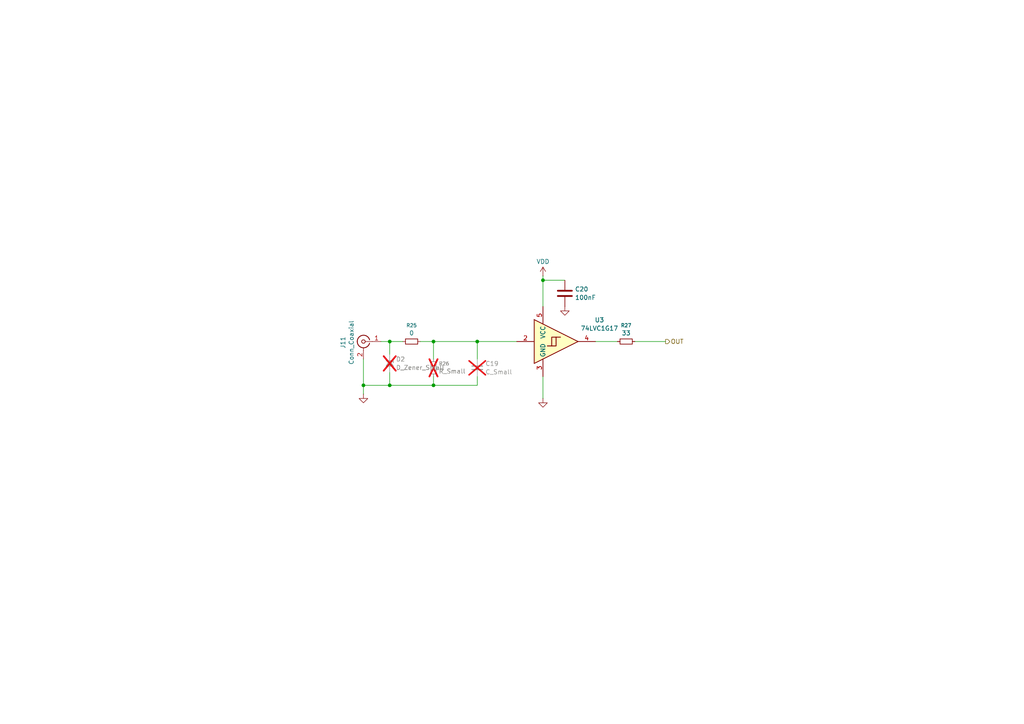
<source format=kicad_sch>
(kicad_sch (version 20250114) (generator "eeschema") (generator_version "9.0")
  (paper "A4")
  (lib_symbols
    (symbol "74xGxx:74LVC1G17"
      (property "Reference" "U" (at 0 3.81 0))
      (property "Value" "74LVC1G17" (at 0 -3.81 0))
      (symbol "74LVC1G17_0_1"
        (polyline (pts (xy -7.62 6.35) (xy -7.62 -6.35) (xy 5.08 0) (xy -7.62 6.35)) (stroke (width 0.254)) (fill (type background)))
        (polyline (pts (xy -3.81 -1.27) (xy -2.54 -1.27) (xy -2.54 1.27) (xy -1.27 1.27)) (stroke (width 0.254)) (fill (type background)))
        (polyline (pts (xy -2.54 -1.27) (xy -1.27 -1.27) (xy -1.27 1.27) (xy 0 1.27)) (stroke (width 0.254)) (fill (type background)))
      )
      (symbol "74LVC1G17_1_1"
        (pin input line (at -12.7 0 0) (length 5.08) (name "~") (number "2"))
        (pin no_connect line (at -7.62 5.08 180) (length 5.08) (hide yes) (name "NC") (number "1"))
        (pin power_in line (at -5.08 10.16 270) (length 5.08) (name "VCC") (number "5"))
        (pin power_in line (at -5.08 -10.16 90) (length 5.08) (name "GND") (number "3"))
        (pin output line (at 10.16 0 180) (length 5.08) (name "~") (number "4"))
      )
    )
    (symbol "Connector:Conn_Coaxial" (pin_names (offset 1.016) (hide yes))
      (property "Reference" "J" (at 0.254 3.048 0))
      (property "Value" "Conn_Coaxial" (at 2.921 0 90))
      (symbol "Conn_Coaxial_0_1"
        (polyline (pts (xy -2.54 0) (xy -0.508 0)))
        (arc (start 1.778 0) (mid 0.222 -1.8079) (end -1.778 -0.508) (stroke (width 0.254)))
        (arc (start -1.778 0.508) (mid 0.2221 1.8084) (end 1.778 0) (stroke (width 0.254)))
        (circle (center 0 0) (radius 0.508) (stroke (width 0.2032)))
        (polyline (pts (xy 0 -2.54) (xy 0 -1.778)))
      )
      (symbol "Conn_Coaxial_1_1"
        (pin passive line (at -5.08 0 0) (length 2.54) (name "In") (number "1"))
        (pin passive line (at 0 -5.08 90) (length 2.54) (name "Ext") (number "2"))
      )
    )
    (symbol "Device:C" (pin_numbers (hide yes)) (pin_names (offset 0.254))
      (property "Reference" "C" (at 0.635 2.54 0))
      (property "Value" "C" (at 0.635 -2.54 0))
      (symbol "C_0_1"
        (polyline (pts (xy -2.032 0.762) (xy 2.032 0.762)) (stroke (width 0.508)))
        (polyline (pts (xy -2.032 -0.762) (xy 2.032 -0.762)) (stroke (width 0.508)))
      )
      (symbol "C_1_1"
        (pin passive line (at 0 3.81 270) (length 2.794) (name "~") (number "1"))
        (pin passive line (at 0 -3.81 90) (length 2.794) (name "~") (number "2"))
      )
    )
    (symbol "Device:C_Small" (pin_numbers (hide yes)) (pin_names (offset 0.254) (hide yes))
      (property "Reference" "C" (at 0.254 1.778 0))
      (property "Value" "C_Small" (at 0.254 -2.032 0))
      (symbol "C_Small_0_1"
        (polyline (pts (xy -1.524 0.508) (xy 1.524 0.508)) (stroke (width 0.3048)))
        (polyline (pts (xy -1.524 -0.508) (xy 1.524 -0.508)) (stroke (width 0.3302)))
      )
      (symbol "C_Small_1_1"
        (pin passive line (at 0 2.54 270) (length 2.032) (name "~") (number "1"))
        (pin passive line (at 0 -2.54 90) (length 2.032) (name "~") (number "2"))
      )
    )
    (symbol "Device:D_Zener_Small" (pin_numbers (hide yes)) (pin_names (offset 0.254) (hide yes))
      (property "Reference" "D" (at 0 2.286 0))
      (property "Value" "D_Zener_Small" (at 0 -2.286 0))
      (symbol "D_Zener_Small_0_1"
        (polyline (pts (xy -0.254 1.016) (xy -0.762 1.016) (xy -0.762 -1.016)) (stroke (width 0.254)))
        (polyline (pts (xy 0.762 1.016) (xy -0.762 0) (xy 0.762 -1.016) (xy 0.762 1.016)) (stroke (width 0.254)))
        (polyline (pts (xy 0.762 0) (xy -0.762 0)))
      )
      (symbol "D_Zener_Small_1_1"
        (pin passive line (at -2.54 0 0) (length 1.778) (name "K") (number "1"))
        (pin passive line (at 2.54 0 180) (length 1.778) (name "A") (number "2"))
      )
    )
    (symbol "Device:R_Small" (pin_numbers (hide yes)) (pin_names (offset 0.254) (hide yes))
      (property "Reference" "R" (at 0 0 90))
      (property "Value" "R_Small" (at 1.778 0 90))
      (symbol "R_Small_0_1"
        (rectangle (start -0.762 1.778) (end 0.762 -1.778) (stroke (width 0.2032)))
      )
      (symbol "R_Small_1_1"
        (pin passive line (at 0 2.54 270) (length 0.762) (name "~") (number "1"))
        (pin passive line (at 0 -2.54 90) (length 0.762) (name "~") (number "2"))
      )
    )
    (symbol "power:GND" (power) (pin_numbers (hide yes)) (pin_names (offset 0) (hide yes))
      (property "Value" "GND" (at 0 -3.81 0))
      (symbol "GND_0_1"
        (polyline (pts (xy 0 0) (xy 0 -1.27) (xy 1.27 -1.27) (xy 0 -2.54) (xy -1.27 -1.27) (xy 0 -1.27)))
      )
      (symbol "GND_1_1"
        (pin power_in line (at 0 0 270) (length 0) (name "~") (number "1"))
      )
    )
    (symbol "power:VDD" (power) (pin_numbers (hide yes)) (pin_names (offset 0) (hide yes))
      (property "Value" "VDD" (at 0 3.556 0))
      (symbol "VDD_0_1"
        (polyline (pts (xy -0.762 1.27) (xy 0 2.54)))
        (polyline (pts (xy 0 2.54) (xy 0.762 1.27)))
        (polyline (pts (xy 0 0) (xy 0 2.54)))
      )
      (symbol "VDD_1_1"
        (pin power_in line (at 0 0 90) (length 0) (name "~") (number "1"))
      )
    )
  )
  (junction (at 125.73 111.76))
  (junction (at 157.48 81.28))
  (junction (at 113.03 111.76))
  (junction (at 113.03 99.06))
  (junction (at 105.41 111.76))
  (junction (at 138.43 99.06))
  (junction (at 125.73 99.06))
  (wire (pts (xy 125.73 111.76) (xy 113.03 111.76)))
  (wire (pts (xy 113.03 111.76) (xy 105.41 111.76)))
  (wire (pts (xy 121.92 99.06) (xy 125.73 99.06)))
  (wire (pts (xy 105.41 111.76) (xy 105.41 104.14)))
  (wire (pts (xy 157.48 109.22) (xy 157.48 115.57)))
  (wire (pts (xy 113.03 99.06) (xy 116.84 99.06)))
  (wire (pts (xy 138.43 99.06) (xy 149.86 99.06)))
  (wire (pts (xy 138.43 109.22) (xy 138.43 111.76)))
  (wire (pts (xy 157.48 80.01) (xy 157.48 81.28)))
  (wire (pts (xy 184.15 99.06) (xy 193.04 99.06)))
  (wire (pts (xy 110.49 99.06) (xy 113.03 99.06)))
  (wire (pts (xy 138.43 111.76) (xy 125.73 111.76)))
  (wire (pts (xy 125.73 109.22) (xy 125.73 111.76)))
  (wire (pts (xy 157.48 81.28) (xy 163.83 81.28)))
  (wire (pts (xy 105.41 114.3) (xy 105.41 111.76)))
  (wire (pts (xy 157.48 81.28) (xy 157.48 88.9)))
  (wire (pts (xy 113.03 99.06) (xy 113.03 102.87)))
  (wire (pts (xy 125.73 99.06) (xy 125.73 104.14)))
  (wire (pts (xy 172.72 99.06) (xy 179.07 99.06)))
  (wire (pts (xy 125.73 99.06) (xy 138.43 99.06)))
  (wire (pts (xy 138.43 99.06) (xy 138.43 104.14)))
  (wire (pts (xy 113.03 107.95) (xy 113.03 111.76)))
  (hierarchical_label "OUT" (shape output) (at 193.04 99.06 0))
  (symbol (lib_id "power:GND") (at 163.83 88.9 0) (unit 1)
    (property "Reference" "#PWR037" (effects (hide yes)))
    (property "Value" "GND" (effects (hide yes)))
    (property "Description" "Power symbol creates a global label with name \"GND\" , ground" (effects (hide yes)))
    (instances (project "nucleo_tdm_breakout1" (path "" (reference "#PWR041") (unit 1)) (path "" (reference "#PWR037") (unit 1)) (path "" (reference "#PWR045") (unit 1))))
  )
  (symbol (lib_id "Device:C") (at 163.83 85.09 0) (unit 1)
    (property "Reference" "C18" (at 166.751 83.8778 0) (effects (justify left)))
    (property "Value" "100nF" (at 166.751 86.3021 0) (effects (justify left)))
    (property "Footprint" "Capacitor_SMD:C_0603_1608Metric" (effects (hide yes)))
    (property "Description" "Unpolarized capacitor" (effects (hide yes)))
    (property "PN" "GCJ188R71H104KA12D" (effects (hide yes)))
    (instances (project "nucleo_tdm_breakout1" (path "" (reference "C20") (unit 1)) (path "" (reference "C18") (unit 1)) (path "" (reference "C22") (unit 1))))
  )
  (symbol (lib_id "Device:C_Small") (at 138.43 106.68 0) (unit 1) (dnp yes)
    (property "Reference" "C17" (at 140.7541 105.4741 0) (effects (justify left)))
    (property "Value" "C_Small" (at 140.7541 107.8984 0) (effects (justify left)))
    (property "Footprint" "Capacitor_SMD:C_0603_1608Metric" (effects (hide yes)))
    (property "Description" "Unpolarized capacitor, small symbol" (effects (hide yes)))
    (instances (project "nucleo_tdm_breakout1" (path "" (reference "C19") (unit 1)) (path "" (reference "C17") (unit 1)) (path "" (reference "C21") (unit 1))))
  )
  (symbol (lib_id "Device:R_Small") (at 125.73 106.68 180) (unit 1) (dnp yes)
    (property "Reference" "R23" (at 127.2286 105.4678 0) (effects (font (size 1.016 1.016)) (justify right)))
    (property "Value" "R_Small" (at 127.2286 107.6877 0) (effects (justify right)))
    (property "Footprint" "Resistor_SMD:R_0603_1608Metric" (effects (hide yes)))
    (property "Description" "Resistor, small symbol" (effects (hide yes)))
    (instances (project "nucleo_tdm_breakout1" (path "" (reference "R26") (unit 1)) (path "" (reference "R23") (unit 1)) (path "" (reference "R29") (unit 1))))
  )
  (symbol (lib_id "Device:R_Small") (at 119.38 99.06 90) (unit 1)
    (property "Reference" "R22" (at 119.38 94.3833 90) (effects (font (size 1.016 1.016))))
    (property "Value" "0" (at 119.38 96.6032 90))
    (property "Footprint" "Resistor_SMD:R_0603_1608Metric" (effects (hide yes)))
    (property "Description" "Resistor, small symbol" (effects (hide yes)))
    (property "PN" "CRCW06030000Z0EA" (effects (hide yes)))
    (instances (project "nucleo_tdm_breakout1" (path "" (reference "R25") (unit 1)) (path "" (reference "R22") (unit 1)) (path "" (reference "R28") (unit 1))))
  )
  (symbol (lib_id "74xGxx:74LVC1G17") (at 162.56 99.06 0) (unit 1)
    (property "Reference" "U2" (at 173.8653 92.8134 0))
    (property "Value" "74LVC1G17" (at 173.8653 95.2377 0))
    (property "Footprint" "Package_TO_SOT_SMD:SOT-23-5" (effects (hide yes)))
    (property "Datasheet" "https://www.ti.com/lit/ds/symlink/sn74lvc1g17.pdf" (effects (hide yes)))
    (property "Description" "Single Schmitt Buffer Gate, Low-Voltage CMOS" (effects (hide yes)))
    (property "PN" "SN74LVC1G17DBVR" (effects (hide yes)))
    (instances (project "nucleo_tdm_breakout1" (path "" (reference "U3") (unit 1)) (path "" (reference "U2") (unit 1)) (path "" (reference "U4") (unit 1))))
  )
  (symbol (lib_id "power:VDD") (at 157.48 80.01 0) (unit 1)
    (property "Reference" "#PWR035" (effects (hide yes)))
    (property "Value" "VDD" (at 157.48 75.8769 0))
    (property "Description" "Power symbol creates a global label with name \"VDD\"" (effects (hide yes)))
    (instances (project "nucleo_tdm_breakout1" (path "" (reference "#PWR039") (unit 1)) (path "" (reference "#PWR035") (unit 1)) (path "" (reference "#PWR043") (unit 1))))
  )
  (symbol (lib_id "power:GND") (at 105.41 114.3 0) (unit 1)
    (property "Reference" "#PWR034" (effects (hide yes)))
    (property "Value" "GND" (effects (hide yes)))
    (property "Description" "Power symbol creates a global label with name \"GND\" , ground" (effects (hide yes)))
    (instances (project "nucleo_tdm_breakout1" (path "" (reference "#PWR038") (unit 1)) (path "" (reference "#PWR034") (unit 1)) (path "" (reference "#PWR042") (unit 1))))
  )
  (symbol (lib_id "Connector:Conn_Coaxial") (at 105.41 99.06 0) (mirror y) (unit 1)
    (property "Reference" "J10" (at 99.4874 99.3532 90))
    (property "Value" "Conn_Coaxial" (at 101.9117 99.3532 90))
    (property "Footprint" "Connector_Coaxial:SMA_Amphenol_901-144_Vertical" (effects (hide yes)))
    (property "Description" "coaxial connector (BNC, SMA, SMB, SMC, Cinch/RCA, LEMO, ...)" (effects (hide yes)))
    (instances (project "nucleo_tdm_breakout1" (path "" (reference "J11") (unit 1)) (path "" (reference "J10") (unit 1)) (path "" (reference "J13") (unit 1))))
  )
  (symbol (lib_id "power:GND") (at 157.48 115.57 0) (unit 1)
    (property "Reference" "#PWR036" (effects (hide yes)))
    (property "Value" "GND" (effects (hide yes)))
    (property "Description" "Power symbol creates a global label with name \"GND\" , ground" (effects (hide yes)))
    (instances (project "nucleo_tdm_breakout1" (path "" (reference "#PWR040") (unit 1)) (path "" (reference "#PWR036") (unit 1)) (path "" (reference "#PWR044") (unit 1))))
  )
  (symbol (lib_id "Device:R_Small") (at 181.61 99.06 90) (unit 1)
    (property "Reference" "R24" (at 181.61 94.3833 90) (effects (font (size 1.016 1.016))))
    (property "Value" "33" (at 181.61 96.6032 90))
    (property "Footprint" "Resistor_SMD:R_0603_1608Metric" (effects (hide yes)))
    (property "Description" "Resistor, small symbol" (effects (hide yes)))
    (property "PN" "CRCW060333R0FKEAC" (effects (hide yes)))
    (instances (project "nucleo_tdm_breakout1" (path "" (reference "R27") (unit 1)) (path "" (reference "R24") (unit 1)) (path "" (reference "R30") (unit 1))))
  )
  (symbol (lib_id "Device:D_Zener_Small") (at 113.03 105.41 270) (unit 1) (dnp yes)
    (property "Reference" "D1" (at 114.808 104.1978 90) (effects (justify left)))
    (property "Value" "D_Zener_Small" (at 114.808 106.6221 90) (effects (justify left)))
    (property "Footprint" "Diode_SMD:D_SOD-123F" (effects (hide yes)))
    (property "Description" "Zener diode, small symbol" (effects (hide yes)))
    (instances (project "nucleo_tdm_breakout1" (path "" (reference "D2") (unit 1)) (path "" (reference "D1") (unit 1)) (path "" (reference "D3") (unit 1))))
  )
)
</source>
